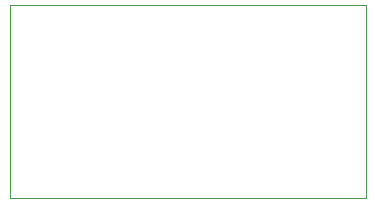
<source format=gbr>
%TF.GenerationSoftware,KiCad,Pcbnew,(6.0.11)*%
%TF.CreationDate,2023-10-05T10:27:59-03:00*%
%TF.ProjectId,gerenciador_de_bateria_2.0,67657265-6e63-4696-9164-6f725f64655f,rev?*%
%TF.SameCoordinates,Original*%
%TF.FileFunction,Profile,NP*%
%FSLAX46Y46*%
G04 Gerber Fmt 4.6, Leading zero omitted, Abs format (unit mm)*
G04 Created by KiCad (PCBNEW (6.0.11)) date 2023-10-05 10:27:59*
%MOMM*%
%LPD*%
G01*
G04 APERTURE LIST*
%TA.AperFunction,Profile*%
%ADD10C,0.100000*%
%TD*%
G04 APERTURE END LIST*
D10*
X104597200Y-131267200D02*
X134757500Y-131267200D01*
X134757500Y-131267200D02*
X134757500Y-115000000D01*
X104597200Y-115000000D02*
X104597200Y-131267200D01*
X134757500Y-115000000D02*
X104597200Y-115000000D01*
M02*

</source>
